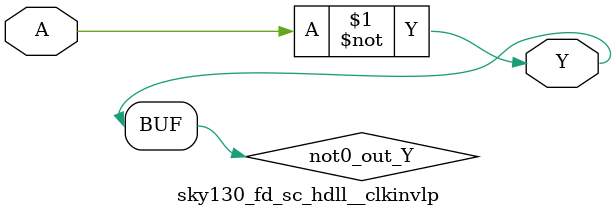
<source format=v>
/*
 * Copyright 2020 The SkyWater PDK Authors
 *
 * Licensed under the Apache License, Version 2.0 (the "License");
 * you may not use this file except in compliance with the License.
 * You may obtain a copy of the License at
 *
 *     https://www.apache.org/licenses/LICENSE-2.0
 *
 * Unless required by applicable law or agreed to in writing, software
 * distributed under the License is distributed on an "AS IS" BASIS,
 * WITHOUT WARRANTIES OR CONDITIONS OF ANY KIND, either express or implied.
 * See the License for the specific language governing permissions and
 * limitations under the License.
 *
 * SPDX-License-Identifier: Apache-2.0
*/


`ifndef SKY130_FD_SC_HDLL__CLKINVLP_FUNCTIONAL_V
`define SKY130_FD_SC_HDLL__CLKINVLP_FUNCTIONAL_V

/**
 * clkinvlp: Lower power Clock tree inverter.
 *
 * Verilog simulation functional model.
 */

`timescale 1ns / 1ps
`default_nettype none

`celldefine
module sky130_fd_sc_hdll__clkinvlp (
    Y,
    A
);

    // Module ports
    output Y;
    input  A;

    // Local signals
    wire not0_out_Y;

    //  Name  Output      Other arguments
    not not0 (not0_out_Y, A              );
    buf buf0 (Y         , not0_out_Y     );

endmodule
`endcelldefine

`default_nettype wire
`endif  // SKY130_FD_SC_HDLL__CLKINVLP_FUNCTIONAL_V

</source>
